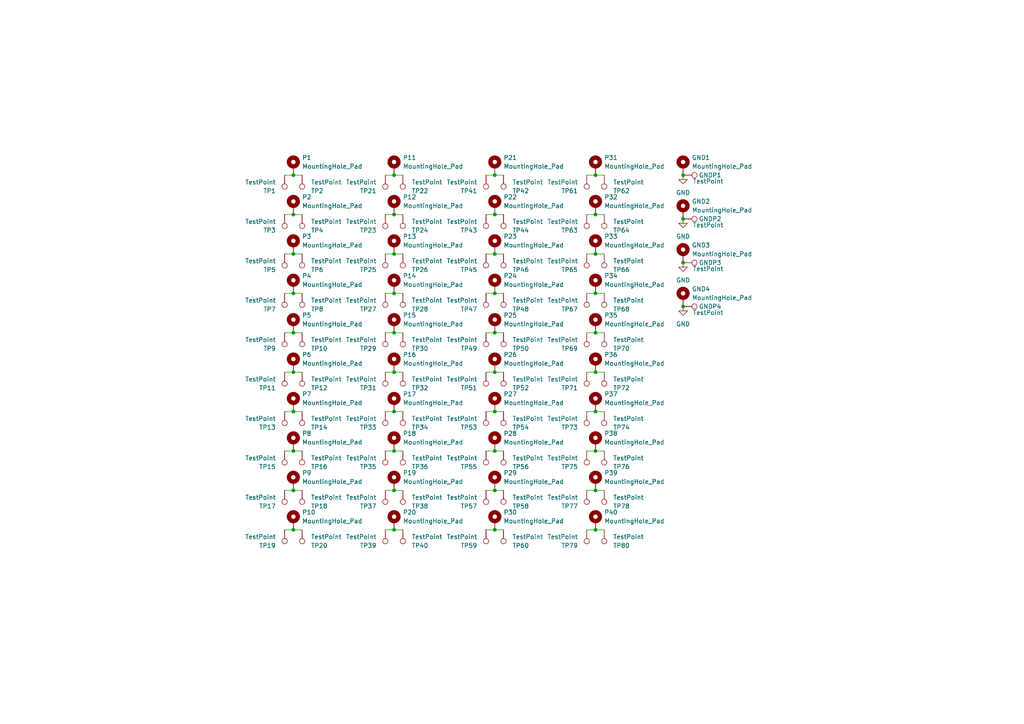
<source format=kicad_sch>
(kicad_sch (version 20231120) (generator "eeschema") (generator_version "8.0")
  (paper "A4")
  (lib_symbols
    (symbol "Connector:TestPoint" (pin_numbers hide) (pin_names (offset 0.762) hide)
      (property "Reference" "TP" (at 0 6.858 0))
      (property "Value" "TestPoint" (at 0 5.08 0))
      (symbol "TestPoint_0_1"
        (circle (center 0 3.302) (radius 0.762))
      )
      (symbol "TestPoint_1_1"
        (pin passive line (at 0 0 90) (length 2.54) (name "1") (number "1"))
      )
    )
    (symbol "Mechanical:MountingHole_Pad" (pin_numbers hide) (pin_names (offset 1.016) hide) (exclude_from_sim yes) (in_bom no)
      (property "Reference" "P1" (at 2.54 2.5401 0))
      (property "Value" "MountingHole_Pad" (at 2.54 0.0001 0))
      (symbol "MountingHole_Pad_0_1"
        (circle (center 0 1.27) (radius 1.27) (stroke (width 1.27)))
      )
      (symbol "MountingHole_Pad_1_1"
        (pin input line (at 0 -2.54 90) (length 2.54) (name "1") (number "1"))
      )
    )
    (symbol "power:GND" (power) (pin_numbers hide) (pin_names (offset 0) hide)
      (property "Value" "GND" (at 0 -3.81 0))
      (symbol "GND_0_1"
        (polyline (pts (xy 0 0) (xy 0 -1.27) (xy 1.27 -1.27) (xy 0 -2.54) (xy -1.27 -1.27) (xy 0 -1.27)))
      )
      (symbol "GND_1_1"
        (pin power_in line (at 0 0 270) (length 0) (name "~") (number "1"))
      )
    )
  )
  (junction (at 143.51 107.95))
  (junction (at 172.72 107.95))
  (junction (at 143.51 73.66))
  (junction (at 114.3 96.52))
  (junction (at 172.72 119.38))
  (junction (at 85.09 96.52))
  (junction (at 114.3 142.24))
  (junction (at 143.51 50.8))
  (junction (at 114.3 62.23))
  (junction (at 143.51 153.67))
  (junction (at 172.72 142.24))
  (junction (at 114.3 153.67))
  (junction (at 114.3 73.66))
  (junction (at 143.51 85.09))
  (junction (at 85.09 153.67))
  (junction (at 198.12 76.2))
  (junction (at 198.12 63.5))
  (junction (at 85.09 142.24))
  (junction (at 114.3 85.09))
  (junction (at 172.72 73.66))
  (junction (at 198.12 88.9))
  (junction (at 85.09 85.09))
  (junction (at 114.3 130.81))
  (junction (at 85.09 119.38))
  (junction (at 198.12 50.8))
  (junction (at 172.72 50.8))
  (junction (at 85.09 107.95))
  (junction (at 114.3 50.8))
  (junction (at 172.72 153.67))
  (junction (at 85.09 73.66))
  (junction (at 85.09 62.23))
  (junction (at 172.72 96.52))
  (junction (at 114.3 119.38))
  (junction (at 143.51 62.23))
  (junction (at 143.51 96.52))
  (junction (at 85.09 50.8))
  (junction (at 85.09 130.81))
  (junction (at 143.51 142.24))
  (junction (at 114.3 107.95))
  (junction (at 143.51 119.38))
  (junction (at 143.51 130.81))
  (junction (at 172.72 85.09))
  (junction (at 172.72 62.23))
  (junction (at 172.72 130.81))
  (wire (pts (xy 111.76 107.95) (xy 114.3 107.95)))
  (wire (pts (xy 172.72 153.67) (xy 175.26 153.67)))
  (wire (pts (xy 172.72 107.95) (xy 175.26 107.95)))
  (wire (pts (xy 114.3 96.52) (xy 116.84 96.52)))
  (wire (pts (xy 82.55 119.38) (xy 85.09 119.38)))
  (wire (pts (xy 85.09 96.52) (xy 87.63 96.52)))
  (wire (pts (xy 111.76 62.23) (xy 114.3 62.23)))
  (wire (pts (xy 111.76 96.52) (xy 114.3 96.52)))
  (wire (pts (xy 114.3 119.38) (xy 116.84 119.38)))
  (wire (pts (xy 85.09 50.8) (xy 87.63 50.8)))
  (wire (pts (xy 140.97 96.52) (xy 143.51 96.52)))
  (wire (pts (xy 143.51 62.23) (xy 146.05 62.23)))
  (wire (pts (xy 172.72 130.81) (xy 175.26 130.81)))
  (wire (pts (xy 111.76 153.67) (xy 114.3 153.67)))
  (wire (pts (xy 140.97 85.09) (xy 143.51 85.09)))
  (wire (pts (xy 85.09 73.66) (xy 87.63 73.66)))
  (wire (pts (xy 143.51 107.95) (xy 146.05 107.95)))
  (wire (pts (xy 82.55 130.81) (xy 85.09 130.81)))
  (wire (pts (xy 172.72 85.09) (xy 175.26 85.09)))
  (wire (pts (xy 114.3 62.23) (xy 116.84 62.23)))
  (wire (pts (xy 82.55 142.24) (xy 85.09 142.24)))
  (wire (pts (xy 82.55 96.52) (xy 85.09 96.52)))
  (wire (pts (xy 170.18 62.23) (xy 172.72 62.23)))
  (wire (pts (xy 85.09 130.81) (xy 87.63 130.81)))
  (wire (pts (xy 114.3 85.09) (xy 116.84 85.09)))
  (wire (pts (xy 140.97 153.67) (xy 143.51 153.67)))
  (wire (pts (xy 140.97 73.66) (xy 143.51 73.66)))
  (wire (pts (xy 140.97 130.81) (xy 143.51 130.81)))
  (wire (pts (xy 143.51 130.81) (xy 146.05 130.81)))
  (wire (pts (xy 172.72 73.66) (xy 175.26 73.66)))
  (wire (pts (xy 172.72 50.8) (xy 175.26 50.8)))
  (wire (pts (xy 82.55 62.23) (xy 85.09 62.23)))
  (wire (pts (xy 140.97 107.95) (xy 143.51 107.95)))
  (wire (pts (xy 82.55 107.95) (xy 85.09 107.95)))
  (wire (pts (xy 140.97 142.24) (xy 143.51 142.24)))
  (wire (pts (xy 143.51 96.52) (xy 146.05 96.52)))
  (wire (pts (xy 82.55 50.8) (xy 85.09 50.8)))
  (wire (pts (xy 170.18 73.66) (xy 172.72 73.66)))
  (wire (pts (xy 111.76 85.09) (xy 114.3 85.09)))
  (wire (pts (xy 143.51 73.66) (xy 146.05 73.66)))
  (wire (pts (xy 140.97 50.8) (xy 143.51 50.8)))
  (wire (pts (xy 114.3 50.8) (xy 116.84 50.8)))
  (wire (pts (xy 111.76 130.81) (xy 114.3 130.81)))
  (wire (pts (xy 170.18 50.8) (xy 172.72 50.8)))
  (wire (pts (xy 85.09 153.67) (xy 87.63 153.67)))
  (wire (pts (xy 140.97 62.23) (xy 143.51 62.23)))
  (wire (pts (xy 114.3 142.24) (xy 116.84 142.24)))
  (wire (pts (xy 170.18 153.67) (xy 172.72 153.67)))
  (wire (pts (xy 85.09 142.24) (xy 87.63 142.24)))
  (wire (pts (xy 82.55 153.67) (xy 85.09 153.67)))
  (wire (pts (xy 82.55 73.66) (xy 85.09 73.66)))
  (wire (pts (xy 170.18 107.95) (xy 172.72 107.95)))
  (wire (pts (xy 114.3 107.95) (xy 116.84 107.95)))
  (wire (pts (xy 143.51 50.8) (xy 146.05 50.8)))
  (wire (pts (xy 143.51 142.24) (xy 146.05 142.24)))
  (wire (pts (xy 172.72 119.38) (xy 175.26 119.38)))
  (wire (pts (xy 114.3 130.81) (xy 116.84 130.81)))
  (wire (pts (xy 170.18 96.52) (xy 172.72 96.52)))
  (wire (pts (xy 172.72 62.23) (xy 175.26 62.23)))
  (wire (pts (xy 172.72 142.24) (xy 175.26 142.24)))
  (wire (pts (xy 111.76 119.38) (xy 114.3 119.38)))
  (wire (pts (xy 111.76 142.24) (xy 114.3 142.24)))
  (wire (pts (xy 114.3 153.67) (xy 116.84 153.67)))
  (wire (pts (xy 85.09 62.23) (xy 87.63 62.23)))
  (wire (pts (xy 114.3 73.66) (xy 116.84 73.66)))
  (wire (pts (xy 143.51 153.67) (xy 146.05 153.67)))
  (wire (pts (xy 140.97 119.38) (xy 143.51 119.38)))
  (wire (pts (xy 170.18 130.81) (xy 172.72 130.81)))
  (wire (pts (xy 170.18 119.38) (xy 172.72 119.38)))
  (wire (pts (xy 143.51 85.09) (xy 146.05 85.09)))
  (wire (pts (xy 111.76 50.8) (xy 114.3 50.8)))
  (wire (pts (xy 85.09 107.95) (xy 87.63 107.95)))
  (wire (pts (xy 85.09 119.38) (xy 87.63 119.38)))
  (wire (pts (xy 170.18 85.09) (xy 172.72 85.09)))
  (wire (pts (xy 111.76 73.66) (xy 114.3 73.66)))
  (wire (pts (xy 85.09 85.09) (xy 87.63 85.09)))
  (wire (pts (xy 170.18 142.24) (xy 172.72 142.24)))
  (wire (pts (xy 172.72 96.52) (xy 175.26 96.52)))
  (wire (pts (xy 82.55 85.09) (xy 85.09 85.09)))
  (wire (pts (xy 143.51 119.38) (xy 146.05 119.38)))
  (symbol (lib_id "Connector:TestPoint") (at 140.97 142.24 180) (unit 1)
    (property "Reference" "TP57" (at 138.43 146.8121 0) (effects (justify left)))
    (property "Value" "TestPoint" (at 138.43 144.2721 0) (effects (justify left)))
    (property "Footprint" "Connector_Pin:Pin_D1.0mm_L10.0mm_LooseFit" (effects (hide yes)))
    (property "Description" "test point" (effects (hide yes)))
  )
  (symbol (lib_id "Connector:TestPoint") (at 146.05 85.09 0) (mirror x) (unit 1)
    (property "Reference" "TP48" (at 148.59 89.6621 0) (effects (justify left)))
    (property "Value" "TestPoint" (at 148.59 87.1221 0) (effects (justify left)))
    (property "Footprint" "Connector_Pin:Pin_D1.0mm_L10.0mm_LooseFit" (effects (hide yes)))
    (property "Description" "test point" (effects (hide yes)))
  )
  (symbol (lib_id "Connector:TestPoint") (at 175.26 50.8 0) (mirror x) (unit 1)
    (property "Reference" "TP62" (at 177.8 55.3721 0) (effects (justify left)))
    (property "Value" "TestPoint" (at 177.8 52.8321 0) (effects (justify left)))
    (property "Footprint" "Connector_Pin:Pin_D1.0mm_L10.0mm_LooseFit" (effects (hide yes)))
    (property "Description" "test point" (effects (hide yes)))
  )
  (symbol (lib_id "Connector:TestPoint") (at 146.05 119.38 0) (mirror x) (unit 1)
    (property "Reference" "TP54" (at 148.59 123.9521 0) (effects (justify left)))
    (property "Value" "TestPoint" (at 148.59 121.4121 0) (effects (justify left)))
    (property "Footprint" "Connector_Pin:Pin_D1.0mm_L10.0mm_LooseFit" (effects (hide yes)))
    (property "Description" "test point" (effects (hide yes)))
  )
  (symbol (lib_id "Connector:TestPoint") (at 82.55 50.8 180) (unit 1)
    (property "Reference" "TP1" (at 80.01 55.3721 0) (effects (justify left)))
    (property "Value" "TestPoint" (at 80.01 52.8321 0) (effects (justify left)))
    (property "Footprint" "Connector_Pin:Pin_D1.0mm_L10.0mm_LooseFit" (effects (hide yes)))
    (property "Description" "test point" (effects (hide yes)))
  )
  (symbol (lib_id "Connector:TestPoint") (at 116.84 119.38 0) (mirror x) (unit 1)
    (property "Reference" "TP34" (at 119.38 123.9521 0) (effects (justify left)))
    (property "Value" "TestPoint" (at 119.38 121.4121 0) (effects (justify left)))
    (property "Footprint" "Connector_Pin:Pin_D1.0mm_L10.0mm_LooseFit" (effects (hide yes)))
    (property "Description" "test point" (effects (hide yes)))
  )
  (symbol (lib_id "Connector:TestPoint") (at 140.97 50.8 180) (unit 1)
    (property "Reference" "TP41" (at 138.43 55.3721 0) (effects (justify left)))
    (property "Value" "TestPoint" (at 138.43 52.8321 0) (effects (justify left)))
    (property "Footprint" "Connector_Pin:Pin_D1.0mm_L10.0mm_LooseFit" (effects (hide yes)))
    (property "Description" "test point" (effects (hide yes)))
  )
  (symbol (lib_id "Mechanical:MountingHole_Pad") (at 172.72 151.13 0) (unit 1) (exclude_from_sim yes) (in_bom no)
    (property "Reference" "P40" (at 175.26 148.5899 0) (effects (justify left)))
    (property "Value" "MountingHole_Pad" (at 175.26 151.1299 0) (effects (justify left)))
    (property "Footprint" "MountingHole:MountingHole_3.2mm_M3_Pad_Via" (effects (hide yes)))
    (property "Description" "Mounting Hole with connection" (effects (hide yes)))
  )
  (symbol (lib_id "Mechanical:MountingHole_Pad") (at 172.72 82.55 0) (unit 1) (exclude_from_sim yes) (in_bom no)
    (property "Reference" "P34" (at 175.26 80.0099 0) (effects (justify left)))
    (property "Value" "MountingHole_Pad" (at 175.26 82.5499 0) (effects (justify left)))
    (property "Footprint" "MountingHole:MountingHole_3.2mm_M3_Pad_Via" (effects (hide yes)))
    (property "Description" "Mounting Hole with connection" (effects (hide yes)))
  )
  (symbol (lib_id "Mechanical:MountingHole_Pad") (at 114.3 116.84 0) (unit 1) (exclude_from_sim yes) (in_bom no)
    (property "Reference" "P17" (at 116.84 114.2999 0) (effects (justify left)))
    (property "Value" "MountingHole_Pad" (at 116.84 116.8399 0) (effects (justify left)))
    (property "Footprint" "MountingHole:MountingHole_3.2mm_M3_Pad_Via" (effects (hide yes)))
    (property "Description" "Mounting Hole with connection" (effects (hide yes)))
  )
  (symbol (lib_id "Mechanical:MountingHole_Pad") (at 114.3 128.27 0) (unit 1) (exclude_from_sim yes) (in_bom no)
    (property "Reference" "P18" (at 116.84 125.7299 0) (effects (justify left)))
    (property "Value" "MountingHole_Pad" (at 116.84 128.2699 0) (effects (justify left)))
    (property "Footprint" "MountingHole:MountingHole_3.2mm_M3_Pad_Via" (effects (hide yes)))
    (property "Description" "Mounting Hole with connection" (effects (hide yes)))
  )
  (symbol (lib_id "Connector:TestPoint") (at 170.18 107.95 180) (unit 1)
    (property "Reference" "TP71" (at 167.64 112.5221 0) (effects (justify left)))
    (property "Value" "TestPoint" (at 167.64 109.9821 0) (effects (justify left)))
    (property "Footprint" "Connector_Pin:Pin_D1.0mm_L10.0mm_LooseFit" (effects (hide yes)))
    (property "Description" "test point" (effects (hide yes)))
  )
  (symbol (lib_id "Connector:TestPoint") (at 116.84 107.95 0) (mirror x) (unit 1)
    (property "Reference" "TP32" (at 119.38 112.5221 0) (effects (justify left)))
    (property "Value" "TestPoint" (at 119.38 109.9821 0) (effects (justify left)))
    (property "Footprint" "Connector_Pin:Pin_D1.0mm_L10.0mm_LooseFit" (effects (hide yes)))
    (property "Description" "test point" (effects (hide yes)))
  )
  (symbol (lib_id "Mechanical:MountingHole_Pad") (at 114.3 82.55 0) (unit 1) (exclude_from_sim yes) (in_bom no)
    (property "Reference" "P14" (at 116.84 80.0099 0) (effects (justify left)))
    (property "Value" "MountingHole_Pad" (at 116.84 82.5499 0) (effects (justify left)))
    (property "Footprint" "MountingHole:MountingHole_3.2mm_M3_Pad_Via" (effects (hide yes)))
    (property "Description" "Mounting Hole with connection" (effects (hide yes)))
  )
  (symbol (lib_id "Connector:TestPoint") (at 82.55 107.95 180) (unit 1)
    (property "Reference" "TP11" (at 80.01 112.5221 0) (effects (justify left)))
    (property "Value" "TestPoint" (at 80.01 109.9821 0) (effects (justify left)))
    (property "Footprint" "Connector_Pin:Pin_D1.0mm_L10.0mm_LooseFit" (effects (hide yes)))
    (property "Description" "test point" (effects (hide yes)))
  )
  (symbol (lib_id "Connector:TestPoint") (at 198.12 63.5 270) (mirror x) (unit 1)
    (property "Reference" "GNDP2" (at 202.692 63.5 90) (effects (justify left)))
    (property "Value" "TestPoint" (at 200.914 65.278 90) (effects (justify left)))
    (property "Footprint" "Connector_Pin:Pin_D1.0mm_L10.0mm_LooseFit" (effects (hide yes)))
    (property "Description" "test point" (effects (hide yes)))
  )
  (symbol (lib_id "Mechanical:MountingHole_Pad") (at 143.51 93.98 0) (unit 1) (exclude_from_sim yes) (in_bom no)
    (property "Reference" "P25" (at 146.05 91.4399 0) (effects (justify left)))
    (property "Value" "MountingHole_Pad" (at 146.05 93.9799 0) (effects (justify left)))
    (property "Footprint" "MountingHole:MountingHole_3.2mm_M3_Pad_Via" (effects (hide yes)))
    (property "Description" "Mounting Hole with connection" (effects (hide yes)))
  )
  (symbol (lib_id "Connector:TestPoint") (at 146.05 153.67 0) (mirror x) (unit 1)
    (property "Reference" "TP60" (at 148.59 158.2421 0) (effects (justify left)))
    (property "Value" "TestPoint" (at 148.59 155.7021 0) (effects (justify left)))
    (property "Footprint" "Connector_Pin:Pin_D1.0mm_L10.0mm_LooseFit" (effects (hide yes)))
    (property "Description" "test point" (effects (hide yes)))
  )
  (symbol (lib_id "Connector:TestPoint") (at 111.76 107.95 180) (unit 1)
    (property "Reference" "TP31" (at 109.22 112.5221 0) (effects (justify left)))
    (property "Value" "TestPoint" (at 109.22 109.9821 0) (effects (justify left)))
    (property "Footprint" "Connector_Pin:Pin_D1.0mm_L10.0mm_LooseFit" (effects (hide yes)))
    (property "Description" "test point" (effects (hide yes)))
  )
  (symbol (lib_id "Connector:TestPoint") (at 140.97 96.52 180) (unit 1)
    (property "Reference" "TP49" (at 138.43 101.0921 0) (effects (justify left)))
    (property "Value" "TestPoint" (at 138.43 98.5521 0) (effects (justify left)))
    (property "Footprint" "Connector_Pin:Pin_D1.0mm_L10.0mm_LooseFit" (effects (hide yes)))
    (property "Description" "test point" (effects (hide yes)))
  )
  (symbol (lib_id "Mechanical:MountingHole_Pad") (at 143.51 139.7 0) (unit 1) (exclude_from_sim yes) (in_bom no)
    (property "Reference" "P29" (at 146.05 137.1599 0) (effects (justify left)))
    (property "Value" "MountingHole_Pad" (at 146.05 139.6999 0) (effects (justify left)))
    (property "Footprint" "MountingHole:MountingHole_3.2mm_M3_Pad_Via" (effects (hide yes)))
    (property "Description" "Mounting Hole with connection" (effects (hide yes)))
  )
  (symbol (lib_id "Connector:TestPoint") (at 170.18 50.8 180) (unit 1)
    (property "Reference" "TP61" (at 167.64 55.3721 0) (effects (justify left)))
    (property "Value" "TestPoint" (at 167.64 52.8321 0) (effects (justify left)))
    (property "Footprint" "Connector_Pin:Pin_D1.0mm_L10.0mm_LooseFit" (effects (hide yes)))
    (property "Description" "test point" (effects (hide yes)))
  )
  (symbol (lib_id "Connector:TestPoint") (at 111.76 73.66 180) (unit 1)
    (property "Reference" "TP25" (at 109.22 78.2321 0) (effects (justify left)))
    (property "Value" "TestPoint" (at 109.22 75.6921 0) (effects (justify left)))
    (property "Footprint" "Connector_Pin:Pin_D1.0mm_L10.0mm_LooseFit" (effects (hide yes)))
    (property "Description" "test point" (effects (hide yes)))
  )
  (symbol (lib_id "Connector:TestPoint") (at 111.76 50.8 180) (unit 1)
    (property "Reference" "TP21" (at 109.22 55.3721 0) (effects (justify left)))
    (property "Value" "TestPoint" (at 109.22 52.8321 0) (effects (justify left)))
    (property "Footprint" "Connector_Pin:Pin_D1.0mm_L10.0mm_LooseFit" (effects (hide yes)))
    (property "Description" "test point" (effects (hide yes)))
  )
  (symbol (lib_id "Connector:TestPoint") (at 140.97 85.09 180) (unit 1)
    (property "Reference" "TP47" (at 138.43 89.6621 0) (effects (justify left)))
    (property "Value" "TestPoint" (at 138.43 87.1221 0) (effects (justify left)))
    (property "Footprint" "Connector_Pin:Pin_D1.0mm_L10.0mm_LooseFit" (effects (hide yes)))
    (property "Description" "test point" (effects (hide yes)))
  )
  (symbol (lib_id "Connector:TestPoint") (at 111.76 130.81 180) (unit 1)
    (property "Reference" "TP35" (at 109.22 135.3821 0) (effects (justify left)))
    (property "Value" "TestPoint" (at 109.22 132.8421 0) (effects (justify left)))
    (property "Footprint" "Connector_Pin:Pin_D1.0mm_L10.0mm_LooseFit" (effects (hide yes)))
    (property "Description" "test point" (effects (hide yes)))
  )
  (symbol (lib_id "Mechanical:MountingHole_Pad") (at 85.09 59.69 0) (unit 1) (exclude_from_sim yes) (in_bom no)
    (property "Reference" "P2" (at 87.63 57.1499 0) (effects (justify left)))
    (property "Value" "MountingHole_Pad" (at 87.63 59.6899 0) (effects (justify left)))
    (property "Footprint" "MountingHole:MountingHole_3.2mm_M3_Pad_Via" (effects (hide yes)))
    (property "Description" "Mounting Hole with connection" (effects (hide yes)))
  )
  (symbol (lib_id "Mechanical:MountingHole_Pad") (at 114.3 71.12 0) (unit 1) (exclude_from_sim yes) (in_bom no)
    (property "Reference" "P13" (at 116.84 68.5799 0) (effects (justify left)))
    (property "Value" "MountingHole_Pad" (at 116.84 71.1199 0) (effects (justify left)))
    (property "Footprint" "MountingHole:MountingHole_3.2mm_M3_Pad_Via" (effects (hide yes)))
    (property "Description" "Mounting Hole with connection" (effects (hide yes)))
  )
  (symbol (lib_id "Mechanical:MountingHole_Pad") (at 85.09 71.12 0) (unit 1) (exclude_from_sim yes) (in_bom no)
    (property "Reference" "P3" (at 87.63 68.5799 0) (effects (justify left)))
    (property "Value" "MountingHole_Pad" (at 87.63 71.1199 0) (effects (justify left)))
    (property "Footprint" "MountingHole:MountingHole_3.2mm_M3_Pad_Via" (effects (hide yes)))
    (property "Description" "Mounting Hole with connection" (effects (hide yes)))
  )
  (symbol (lib_id "Connector:TestPoint") (at 146.05 73.66 0) (mirror x) (unit 1)
    (property "Reference" "TP46" (at 148.59 78.2321 0) (effects (justify left)))
    (property "Value" "TestPoint" (at 148.59 75.6921 0) (effects (justify left)))
    (property "Footprint" "Connector_Pin:Pin_D1.0mm_L10.0mm_LooseFit" (effects (hide yes)))
    (property "Description" "test point" (effects (hide yes)))
  )
  (symbol (lib_id "Connector:TestPoint") (at 170.18 119.38 180) (unit 1)
    (property "Reference" "TP73" (at 167.64 123.9521 0) (effects (justify left)))
    (property "Value" "TestPoint" (at 167.64 121.4121 0) (effects (justify left)))
    (property "Footprint" "Connector_Pin:Pin_D1.0mm_L10.0mm_LooseFit" (effects (hide yes)))
    (property "Description" "test point" (effects (hide yes)))
  )
  (symbol (lib_id "Mechanical:MountingHole_Pad") (at 114.3 105.41 0) (unit 1) (exclude_from_sim yes) (in_bom no)
    (property "Reference" "P16" (at 116.84 102.8699 0) (effects (justify left)))
    (property "Value" "MountingHole_Pad" (at 116.84 105.4099 0) (effects (justify left)))
    (property "Footprint" "MountingHole:MountingHole_3.2mm_M3_Pad_Via" (effects (hide yes)))
    (property "Description" "Mounting Hole with connection" (effects (hide yes)))
  )
  (symbol (lib_id "Mechanical:MountingHole_Pad") (at 114.3 151.13 0) (unit 1) (exclude_from_sim yes) (in_bom no)
    (property "Reference" "P20" (at 116.84 148.5899 0) (effects (justify left)))
    (property "Value" "MountingHole_Pad" (at 116.84 151.1299 0) (effects (justify left)))
    (property "Footprint" "MountingHole:MountingHole_3.2mm_M3_Pad_Via" (effects (hide yes)))
    (property "Description" "Mounting Hole with connection" (effects (hide yes)))
  )
  (symbol (lib_id "Mechanical:MountingHole_Pad") (at 143.51 71.12 0) (unit 1) (exclude_from_sim yes) (in_bom no)
    (property "Reference" "P23" (at 146.05 68.5799 0) (effects (justify left)))
    (property "Value" "MountingHole_Pad" (at 146.05 71.1199 0) (effects (justify left)))
    (property "Footprint" "MountingHole:MountingHole_3.2mm_M3_Pad_Via" (effects (hide yes)))
    (property "Description" "Mounting Hole with connection" (effects (hide yes)))
  )
  (symbol (lib_id "Connector:TestPoint") (at 87.63 119.38 0) (mirror x) (unit 1)
    (property "Reference" "TP14" (at 90.17 123.9521 0) (effects (justify left)))
    (property "Value" "TestPoint" (at 90.17 121.4121 0) (effects (justify left)))
    (property "Footprint" "Connector_Pin:Pin_D1.0mm_L10.0mm_LooseFit" (effects (hide yes)))
    (property "Description" "test point" (effects (hide yes)))
  )
  (symbol (lib_id "Mechanical:MountingHole_Pad") (at 198.12 48.26 0) (unit 1) (exclude_from_sim yes) (in_bom no)
    (property "Reference" "GND1" (at 200.66 45.7199 0) (effects (justify left)))
    (property "Value" "MountingHole_Pad" (at 200.66 48.2599 0) (effects (justify left)))
    (property "Footprint" "MountingHole:MountingHole_3.2mm_M3_Pad_Via" (effects (hide yes)))
    (property "Description" "Mounting Hole with connection" (effects (hide yes)))
  )
  (symbol (lib_id "Connector:TestPoint") (at 175.26 107.95 0) (mirror x) (unit 1)
    (property "Reference" "TP72" (at 177.8 112.5221 0) (effects (justify left)))
    (property "Value" "TestPoint" (at 177.8 109.9821 0) (effects (justify left)))
    (property "Footprint" "Connector_Pin:Pin_D1.0mm_L10.0mm_LooseFit" (effects (hide yes)))
    (property "Description" "test point" (effects (hide yes)))
  )
  (symbol (lib_id "Mechanical:MountingHole_Pad") (at 172.72 93.98 0) (unit 1) (exclude_from_sim yes) (in_bom no)
    (property "Reference" "P35" (at 175.26 91.4399 0) (effects (justify left)))
    (property "Value" "MountingHole_Pad" (at 175.26 93.9799 0) (effects (justify left)))
    (property "Footprint" "MountingHole:MountingHole_3.2mm_M3_Pad_Via" (effects (hide yes)))
    (property "Description" "Mounting Hole with connection" (effects (hide yes)))
  )
  (symbol (lib_id "Connector:TestPoint") (at 111.76 153.67 180) (unit 1)
    (property "Reference" "TP39" (at 109.22 158.2421 0) (effects (justify left)))
    (property "Value" "TestPoint" (at 109.22 155.7021 0) (effects (justify left)))
    (property "Footprint" "Connector_Pin:Pin_D1.0mm_L10.0mm_LooseFit" (effects (hide yes)))
    (property "Description" "test point" (effects (hide yes)))
  )
  (symbol (lib_id "Connector:TestPoint") (at 198.12 88.9 270) (mirror x) (unit 1)
    (property "Reference" "GNDP4" (at 202.692 88.9 90) (effects (justify left)))
    (property "Value" "TestPoint" (at 200.914 90.678 90) (effects (justify left)))
    (property "Footprint" "Connector_Pin:Pin_D1.0mm_L10.0mm_LooseFit" (effects (hide yes)))
    (property "Description" "test point" (effects (hide yes)))
  )
  (symbol (lib_id "Connector:TestPoint") (at 140.97 107.95 180) (unit 1)
    (property "Reference" "TP51" (at 138.43 112.5221 0) (effects (justify left)))
    (property "Value" "TestPoint" (at 138.43 109.9821 0) (effects (justify left)))
    (property "Footprint" "Connector_Pin:Pin_D1.0mm_L10.0mm_LooseFit" (effects (hide yes)))
    (property "Description" "test point" (effects (hide yes)))
  )
  (symbol (lib_id "Mechanical:MountingHole_Pad") (at 143.51 128.27 0) (unit 1) (exclude_from_sim yes) (in_bom no)
    (property "Reference" "P28" (at 146.05 125.7299 0) (effects (justify left)))
    (property "Value" "MountingHole_Pad" (at 146.05 128.2699 0) (effects (justify left)))
    (property "Footprint" "MountingHole:MountingHole_3.2mm_M3_Pad_Via" (effects (hide yes)))
    (property "Description" "Mounting Hole with connection" (effects (hide yes)))
  )
  (symbol (lib_id "Mechanical:MountingHole_Pad") (at 85.09 82.55 0) (unit 1) (exclude_from_sim yes) (in_bom no)
    (property "Reference" "P4" (at 87.63 80.0099 0) (effects (justify left)))
    (property "Value" "MountingHole_Pad" (at 87.63 82.5499 0) (effects (justify left)))
    (property "Footprint" "MountingHole:MountingHole_3.2mm_M3_Pad_Via" (effects (hide yes)))
    (property "Description" "Mounting Hole with connection" (effects (hide yes)))
  )
  (symbol (lib_id "Connector:TestPoint") (at 111.76 85.09 180) (unit 1)
    (property "Reference" "TP27" (at 109.22 89.6621 0) (effects (justify left)))
    (property "Value" "TestPoint" (at 109.22 87.1221 0) (effects (justify left)))
    (property "Footprint" "Connector_Pin:Pin_D1.0mm_L10.0mm_LooseFit" (effects (hide yes)))
    (property "Description" "test point" (effects (hide yes)))
  )
  (symbol (lib_id "Mechanical:MountingHole_Pad") (at 172.72 128.27 0) (unit 1) (exclude_from_sim yes) (in_bom no)
    (property "Reference" "P38" (at 175.26 125.7299 0) (effects (justify left)))
    (property "Value" "MountingHole_Pad" (at 175.26 128.2699 0) (effects (justify left)))
    (property "Footprint" "MountingHole:MountingHole_3.2mm_M3_Pad_Via" (effects (hide yes)))
    (property "Description" "Mounting Hole with connection" (effects (hide yes)))
  )
  (symbol (lib_id "Connector:TestPoint") (at 175.26 119.38 0) (mirror x) (unit 1)
    (property "Reference" "TP74" (at 177.8 123.9521 0) (effects (justify left)))
    (property "Value" "TestPoint" (at 177.8 121.4121 0) (effects (justify left)))
    (property "Footprint" "Connector_Pin:Pin_D1.0mm_L10.0mm_LooseFit" (effects (hide yes)))
    (property "Description" "test point" (effects (hide yes)))
  )
  (symbol (lib_id "Connector:TestPoint") (at 111.76 62.23 180) (unit 1)
    (property "Reference" "TP23" (at 109.22 66.8021 0) (effects (justify left)))
    (property "Value" "TestPoint" (at 109.22 64.2621 0) (effects (justify left)))
    (property "Footprint" "Connector_Pin:Pin_D1.0mm_L10.0mm_LooseFit" (effects (hide yes)))
    (property "Description" "test point" (effects (hide yes)))
  )
  (symbol (lib_id "Connector:TestPoint") (at 140.97 119.38 180) (unit 1)
    (property "Reference" "TP53" (at 138.43 123.9521 0) (effects (justify left)))
    (property "Value" "TestPoint" (at 138.43 121.4121 0) (effects (justify left)))
    (property "Footprint" "Connector_Pin:Pin_D1.0mm_L10.0mm_LooseFit" (effects (hide yes)))
    (property "Description" "test point" (effects (hide yes)))
  )
  (symbol (lib_id "Mechanical:MountingHole_Pad") (at 172.72 139.7 0) (unit 1) (exclude_from_sim yes) (in_bom no)
    (property "Reference" "P39" (at 175.26 137.1599 0) (effects (justify left)))
    (property "Value" "MountingHole_Pad" (at 175.26 139.6999 0) (effects (justify left)))
    (property "Footprint" "MountingHole:MountingHole_3.2mm_M3_Pad_Via" (effects (hide yes)))
    (property "Description" "Mounting Hole with connection" (effects (hide yes)))
  )
  (symbol (lib_id "Connector:TestPoint") (at 82.55 142.24 180) (unit 1)
    (property "Reference" "TP17" (at 80.01 146.8121 0) (effects (justify left)))
    (property "Value" "TestPoint" (at 80.01 144.2721 0) (effects (justify left)))
    (property "Footprint" "Connector_Pin:Pin_D1.0mm_L10.0mm_LooseFit" (effects (hide yes)))
    (property "Description" "test point" (effects (hide yes)))
  )
  (symbol (lib_id "Connector:TestPoint") (at 175.26 85.09 0) (mirror x) (unit 1)
    (property "Reference" "TP68" (at 177.8 89.6621 0) (effects (justify left)))
    (property "Value" "TestPoint" (at 177.8 87.1221 0) (effects (justify left)))
    (property "Footprint" "Connector_Pin:Pin_D1.0mm_L10.0mm_LooseFit" (effects (hide yes)))
    (property "Description" "test point" (effects (hide yes)))
  )
  (symbol (lib_id "Connector:TestPoint") (at 170.18 153.67 180) (unit 1)
    (property "Reference" "TP79" (at 167.64 158.2421 0) (effects (justify left)))
    (property "Value" "TestPoint" (at 167.64 155.7021 0) (effects (justify left)))
    (property "Footprint" "Connector_Pin:Pin_D1.0mm_L10.0mm_LooseFit" (effects (hide yes)))
    (property "Description" "test point" (effects (hide yes)))
  )
  (symbol (lib_id "Connector:TestPoint") (at 146.05 50.8 0) (mirror x) (unit 1)
    (property "Reference" "TP42" (at 148.59 55.3721 0) (effects (justify left)))
    (property "Value" "TestPoint" (at 148.59 52.8321 0) (effects (justify left)))
    (property "Footprint" "Connector_Pin:Pin_D1.0mm_L10.0mm_LooseFit" (effects (hide yes)))
    (property "Description" "test point" (effects (hide yes)))
  )
  (symbol (lib_id "Connector:TestPoint") (at 175.26 142.24 0) (mirror x) (unit 1)
    (property "Reference" "TP78" (at 177.8 146.8121 0) (effects (justify left)))
    (property "Value" "TestPoint" (at 177.8 144.2721 0) (effects (justify left)))
    (property "Footprint" "Connector_Pin:Pin_D1.0mm_L10.0mm_LooseFit" (effects (hide yes)))
    (property "Description" "test point" (effects (hide yes)))
  )
  (symbol (lib_id "Mechanical:MountingHole_Pad") (at 172.72 48.26 0) (unit 1) (exclude_from_sim yes) (in_bom no)
    (property "Reference" "P31" (at 175.26 45.7199 0) (effects (justify left)))
    (property "Value" "MountingHole_Pad" (at 175.26 48.2599 0) (effects (justify left)))
    (property "Footprint" "MountingHole:MountingHole_3.2mm_M3_Pad_Via" (effects (hide yes)))
    (property "Description" "Mounting Hole with connection" (effects (hide yes)))
  )
  (symbol (lib_id "Connector:TestPoint") (at 170.18 85.09 180) (unit 1)
    (property "Reference" "TP67" (at 167.64 89.6621 0) (effects (justify left)))
    (property "Value" "TestPoint" (at 167.64 87.1221 0) (effects (justify left)))
    (property "Footprint" "Connector_Pin:Pin_D1.0mm_L10.0mm_LooseFit" (effects (hide yes)))
    (property "Description" "test point" (effects (hide yes)))
  )
  (symbol (lib_id "Mechanical:MountingHole_Pad") (at 143.51 105.41 0) (unit 1) (exclude_from_sim yes) (in_bom no)
    (property "Reference" "P26" (at 146.05 102.8699 0) (effects (justify left)))
    (property "Value" "MountingHole_Pad" (at 146.05 105.4099 0) (effects (justify left)))
    (property "Footprint" "MountingHole:MountingHole_3.2mm_M3_Pad_Via" (effects (hide yes)))
    (property "Description" "Mounting Hole with connection" (effects (hide yes)))
  )
  (symbol (lib_id "power:GND") (at 198.12 88.9 0) (unit 1)
    (property "Reference" "#PWR04" (effects (hide yes)))
    (property "Value" "GND" (at 198.12 93.98 0))
    (property "Description" "Power symbol creates a global label with name \"GND\" , ground" (effects (hide yes)))
  )
  (symbol (lib_id "Connector:TestPoint") (at 87.63 142.24 0) (mirror x) (unit 1)
    (property "Reference" "TP18" (at 90.17 146.8121 0) (effects (justify left)))
    (property "Value" "TestPoint" (at 90.17 144.2721 0) (effects (justify left)))
    (property "Footprint" "Connector_Pin:Pin_D1.0mm_L10.0mm_LooseFit" (effects (hide yes)))
    (property "Description" "test point" (effects (hide yes)))
  )
  (symbol (lib_id "Connector:TestPoint") (at 87.63 85.09 0) (mirror x) (unit 1)
    (property "Reference" "TP8" (at 90.17 89.6621 0) (effects (justify left)))
    (property "Value" "TestPoint" (at 90.17 87.1221 0) (effects (justify left)))
    (property "Footprint" "Connector_Pin:Pin_D1.0mm_L10.0mm_LooseFit" (effects (hide yes)))
    (property "Description" "test point" (effects (hide yes)))
  )
  (symbol (lib_id "Connector:TestPoint") (at 82.55 85.09 180) (unit 1)
    (property "Reference" "TP7" (at 80.01 89.6621 0) (effects (justify left)))
    (property "Value" "TestPoint" (at 80.01 87.1221 0) (effects (justify left)))
    (property "Footprint" "Connector_Pin:Pin_D1.0mm_L10.0mm_LooseFit" (effects (hide yes)))
    (property "Description" "test point" (effects (hide yes)))
  )
  (symbol (lib_id "Connector:TestPoint") (at 170.18 142.24 180) (unit 1)
    (property "Reference" "TP77" (at 167.64 146.8121 0) (effects (justify left)))
    (property "Value" "TestPoint" (at 167.64 144.2721 0) (effects (justify left)))
    (property "Footprint" "Connector_Pin:Pin_D1.0mm_L10.0mm_LooseFit" (effects (hide yes)))
    (property "Description" "test point" (effects (hide yes)))
  )
  (symbol (lib_id "Connector:TestPoint") (at 87.63 50.8 0) (mirror x) (unit 1)
    (property "Reference" "TP2" (at 90.17 55.3721 0) (effects (justify left)))
    (property "Value" "TestPoint" (at 90.17 52.8321 0) (effects (justify left)))
    (property "Footprint" "Connector_Pin:Pin_D1.0mm_L10.0mm_LooseFit" (effects (hide yes)))
    (property "Description" "test point" (effects (hide yes)))
  )
  (symbol (lib_id "Mechanical:MountingHole_Pad") (at 172.72 105.41 0) (unit 1) (exclude_from_sim yes) (in_bom no)
    (property "Reference" "P36" (at 175.26 102.8699 0) (effects (justify left)))
    (property "Value" "MountingHole_Pad" (at 175.26 105.4099 0) (effects (justify left)))
    (property "Footprint" "MountingHole:MountingHole_3.2mm_M3_Pad_Via" (effects (hide yes)))
    (property "Description" "Mounting Hole with connection" (effects (hide yes)))
  )
  (symbol (lib_id "Mechanical:MountingHole_Pad") (at 114.3 139.7 0) (unit 1) (exclude_from_sim yes) (in_bom no)
    (property "Reference" "P19" (at 116.84 137.1599 0) (effects (justify left)))
    (property "Value" "MountingHole_Pad" (at 116.84 139.6999 0) (effects (justify left)))
    (property "Footprint" "MountingHole:MountingHole_3.2mm_M3_Pad_Via" (effects (hide yes)))
    (property "Description" "Mounting Hole with connection" (effects (hide yes)))
  )
  (symbol (lib_id "Connector:TestPoint") (at 87.63 130.81 0) (mirror x) (unit 1)
    (property "Reference" "TP16" (at 90.17 135.3821 0) (effects (justify left)))
    (property "Value" "TestPoint" (at 90.17 132.8421 0) (effects (justify left)))
    (property "Footprint" "Connector_Pin:Pin_D1.0mm_L10.0mm_LooseFit" (effects (hide yes)))
    (property "Description" "test point" (effects (hide yes)))
  )
  (symbol (lib_id "Mechanical:MountingHole_Pad") (at 85.09 116.84 0) (unit 1) (exclude_from_sim yes) (in_bom no)
    (property "Reference" "P7" (at 87.63 114.2999 0) (effects (justify left)))
    (property "Value" "MountingHole_Pad" (at 87.63 116.8399 0) (effects (justify left)))
    (property "Footprint" "MountingHole:MountingHole_3.2mm_M3_Pad_Via" (effects (hide yes)))
    (property "Description" "Mounting Hole with connection" (effects (hide yes)))
  )
  (symbol (lib_id "Mechanical:MountingHole_Pad") (at 143.51 116.84 0) (unit 1) (exclude_from_sim yes) (in_bom no)
    (property "Reference" "P27" (at 146.05 114.2999 0) (effects (justify left)))
    (property "Value" "MountingHole_Pad" (at 146.05 116.8399 0) (effects (justify left)))
    (property "Footprint" "MountingHole:MountingHole_3.2mm_M3_Pad_Via" (effects (hide yes)))
    (property "Description" "Mounting Hole with connection" (effects (hide yes)))
  )
  (symbol (lib_id "Connector:TestPoint") (at 116.84 62.23 0) (mirror x) (unit 1)
    (property "Reference" "TP24" (at 119.38 66.8021 0) (effects (justify left)))
    (property "Value" "TestPoint" (at 119.38 64.2621 0) (effects (justify left)))
    (property "Footprint" "Connector_Pin:Pin_D1.0mm_L10.0mm_LooseFit" (effects (hide yes)))
    (property "Description" "test point" (effects (hide yes)))
  )
  (symbol (lib_id "Connector:TestPoint") (at 82.55 119.38 180) (unit 1)
    (property "Reference" "TP13" (at 80.01 123.9521 0) (effects (justify left)))
    (property "Value" "TestPoint" (at 80.01 121.4121 0) (effects (justify left)))
    (property "Footprint" "Connector_Pin:Pin_D1.0mm_L10.0mm_LooseFit" (effects (hide yes)))
    (property "Description" "test point" (effects (hide yes)))
  )
  (symbol (lib_id "Connector:TestPoint") (at 116.84 153.67 0) (mirror x) (unit 1)
    (property "Reference" "TP40" (at 119.38 158.2421 0) (effects (justify left)))
    (property "Value" "TestPoint" (at 119.38 155.7021 0) (effects (justify left)))
    (property "Footprint" "Connector_Pin:Pin_D1.0mm_L10.0mm_LooseFit" (effects (hide yes)))
    (property "Description" "test point" (effects (hide yes)))
  )
  (symbol (lib_id "Connector:TestPoint") (at 146.05 62.23 0) (mirror x) (unit 1)
    (property "Reference" "TP44" (at 148.59 66.8021 0) (effects (justify left)))
    (property "Value" "TestPoint" (at 148.59 64.2621 0) (effects (justify left)))
    (property "Footprint" "Connector_Pin:Pin_D1.0mm_L10.0mm_LooseFit" (effects (hide yes)))
    (property "Description" "test point" (effects (hide yes)))
  )
  (symbol (lib_id "Connector:TestPoint") (at 146.05 130.81 0) (mirror x) (unit 1)
    (property "Reference" "TP56" (at 148.59 135.3821 0) (effects (justify left)))
    (property "Value" "TestPoint" (at 148.59 132.8421 0) (effects (justify left)))
    (property "Footprint" "Connector_Pin:Pin_D1.0mm_L10.0mm_LooseFit" (effects (hide yes)))
    (property "Description" "test point" (effects (hide yes)))
  )
  (symbol (lib_id "power:GND") (at 198.12 50.8 0) (unit 1)
    (property "Reference" "#PWR01" (effects (hide yes)))
    (property "Value" "GND" (at 198.12 55.88 0))
    (property "Description" "Power symbol creates a global label with name \"GND\" , ground" (effects (hide yes)))
  )
  (symbol (lib_id "Connector:TestPoint") (at 116.84 85.09 0) (mirror x) (unit 1)
    (property "Reference" "TP28" (at 119.38 89.6621 0) (effects (justify left)))
    (property "Value" "TestPoint" (at 119.38 87.1221 0) (effects (justify left)))
    (property "Footprint" "Connector_Pin:Pin_D1.0mm_L10.0mm_LooseFit" (effects (hide yes)))
    (property "Description" "test point" (effects (hide yes)))
  )
  (symbol (lib_id "power:GND") (at 198.12 76.2 0) (unit 1)
    (property "Reference" "#PWR03" (effects (hide yes)))
    (property "Value" "GND" (at 198.12 81.28 0))
    (property "Description" "Power symbol creates a global label with name \"GND\" , ground" (effects (hide yes)))
  )
  (symbol (lib_id "Mechanical:MountingHole_Pad") (at 114.3 48.26 0) (unit 1) (exclude_from_sim yes) (in_bom no)
    (property "Reference" "P11" (at 116.84 45.7199 0) (effects (justify left)))
    (property "Value" "MountingHole_Pad" (at 116.84 48.2599 0) (effects (justify left)))
    (property "Footprint" "MountingHole:MountingHole_3.2mm_M3_Pad_Via" (effects (hide yes)))
    (property "Description" "Mounting Hole with connection" (effects (hide yes)))
  )
  (symbol (lib_id "power:GND") (at 198.12 63.5 0) (unit 1)
    (property "Reference" "#PWR02" (effects (hide yes)))
    (property "Value" "GND" (at 198.12 68.58 0))
    (property "Description" "Power symbol creates a global label with name \"GND\" , ground" (effects (hide yes)))
  )
  (symbol (lib_id "Mechanical:MountingHole_Pad") (at 143.51 82.55 0) (unit 1) (exclude_from_sim yes) (in_bom no)
    (property "Reference" "P24" (at 146.05 80.0099 0) (effects (justify left)))
    (property "Value" "MountingHole_Pad" (at 146.05 82.5499 0) (effects (justify left)))
    (property "Footprint" "MountingHole:MountingHole_3.2mm_M3_Pad_Via" (effects (hide yes)))
    (property "Description" "Mounting Hole with connection" (effects (hide yes)))
  )
  (symbol (lib_id "Mechanical:MountingHole_Pad") (at 114.3 93.98 0) (unit 1) (exclude_from_sim yes) (in_bom no)
    (property "Reference" "P15" (at 116.84 91.4399 0) (effects (justify left)))
    (property "Value" "MountingHole_Pad" (at 116.84 93.9799 0) (effects (justify left)))
    (property "Footprint" "MountingHole:MountingHole_3.2mm_M3_Pad_Via" (effects (hide yes)))
    (property "Description" "Mounting Hole with connection" (effects (hide yes)))
  )
  (symbol (lib_id "Connector:TestPoint") (at 87.63 73.66 0) (mirror x) (unit 1)
    (property "Reference" "TP6" (at 90.17 78.2321 0) (effects (justify left)))
    (property "Value" "TestPoint" (at 90.17 75.6921 0) (effects (justify left)))
    (property "Footprint" "Connector_Pin:Pin_D1.0mm_L10.0mm_LooseFit" (effects (hide yes)))
    (property "Description" "test point" (effects (hide yes)))
  )
  (symbol (lib_id "Connector:TestPoint") (at 198.12 50.8 270) (mirror x) (unit 1)
    (property "Reference" "GNDP1" (at 202.692 50.8 90) (effects (justify left)))
    (property "Value" "TestPoint" (at 200.914 52.578 90) (effects (justify left)))
    (property "Footprint" "Connector_Pin:Pin_D1.0mm_L10.0mm_LooseFit" (effects (hide yes)))
    (property "Description" "test point" (effects (hide yes)))
  )
  (symbol (lib_id "Mechanical:MountingHole_Pad") (at 85.09 48.26 0) (unit 1) (exclude_from_sim yes) (in_bom no)
    (property "Reference" "P1" (at 87.63 45.7199 0) (effects (justify left)))
    (property "Value" "MountingHole_Pad" (at 87.63 48.2599 0) (effects (justify left)))
    (property "Footprint" "MountingHole:MountingHole_3.2mm_M3_Pad_Via" (effects (hide yes)))
    (property "Description" "Mounting Hole with connection" (effects (hide yes)))
  )
  (symbol (lib_id "Connector:TestPoint") (at 175.26 62.23 0) (mirror x) (unit 1)
    (property "Reference" "TP64" (at 177.8 66.8021 0) (effects (justify left)))
    (property "Value" "TestPoint" (at 177.8 64.2621 0) (effects (justify left)))
    (property "Footprint" "Connector_Pin:Pin_D1.0mm_L10.0mm_LooseFit" (effects (hide yes)))
    (property "Description" "test point" (effects (hide yes)))
  )
  (symbol (lib_id "Connector:TestPoint") (at 175.26 96.52 0) (mirror x) (unit 1)
    (property "Reference" "TP70" (at 177.8 101.0921 0) (effects (justify left)))
    (property "Value" "TestPoint" (at 177.8 98.5521 0) (effects (justify left)))
    (property "Footprint" "Connector_Pin:Pin_D1.0mm_L10.0mm_LooseFit" (effects (hide yes)))
    (property "Description" "test point" (effects (hide yes)))
  )
  (symbol (lib_id "Mechanical:MountingHole_Pad") (at 172.72 116.84 0) (unit 1) (exclude_from_sim yes) (in_bom no)
    (property "Reference" "P37" (at 175.26 114.2999 0) (effects (justify left)))
    (property "Value" "MountingHole_Pad" (at 175.26 116.8399 0) (effects (justify left)))
    (property "Footprint" "MountingHole:MountingHole_3.2mm_M3_Pad_Via" (effects (hide yes)))
    (property "Description" "Mounting Hole with connection" (effects (hide yes)))
  )
  (symbol (lib_id "Connector:TestPoint") (at 116.84 130.81 0) (mirror x) (unit 1)
    (property "Reference" "TP36" (at 119.38 135.3821 0) (effects (justify left)))
    (property "Value" "TestPoint" (at 119.38 132.8421 0) (effects (justify left)))
    (property "Footprint" "Connector_Pin:Pin_D1.0mm_L10.0mm_LooseFit" (effects (hide yes)))
    (property "Description" "test point" (effects (hide yes)))
  )
  (symbol (lib_id "Mechanical:MountingHole_Pad") (at 198.12 60.96 0) (unit 1) (exclude_from_sim yes) (in_bom no)
    (property "Reference" "GND2" (at 200.66 58.4199 0) (effects (justify left)))
    (property "Value" "MountingHole_Pad" (at 200.66 60.9599 0) (effects (justify left)))
    (property "Footprint" "MountingHole:MountingHole_3.2mm_M3_Pad_Via" (effects (hide yes)))
    (property "Description" "Mounting Hole with connection" (effects (hide yes)))
  )
  (symbol (lib_id "Connector:TestPoint") (at 198.12 76.2 270) (mirror x) (unit 1)
    (property "Reference" "GNDP3" (at 202.692 76.2 90) (effects (justify left)))
    (property "Value" "TestPoint" (at 200.914 77.978 90) (effects (justify left)))
    (property "Footprint" "Connector_Pin:Pin_D1.0mm_L10.0mm_LooseFit" (effects (hide yes)))
    (property "Description" "test point" (effects (hide yes)))
  )
  (symbol (lib_id "Connector:TestPoint") (at 146.05 107.95 0) (mirror x) (unit 1)
    (property "Reference" "TP52" (at 148.59 112.5221 0) (effects (justify left)))
    (property "Value" "TestPoint" (at 148.59 109.9821 0) (effects (justify left)))
    (property "Footprint" "Connector_Pin:Pin_D1.0mm_L10.0mm_LooseFit" (effects (hide yes)))
    (property "Description" "test point" (effects (hide yes)))
  )
  (symbol (lib_id "Mechanical:MountingHole_Pad") (at 198.12 86.36 0) (unit 1) (exclude_from_sim yes) (in_bom no)
    (property "Reference" "GND4" (at 200.66 83.8199 0) (effects (justify left)))
    (property "Value" "MountingHole_Pad" (at 200.66 86.3599 0) (effects (justify left)))
    (property "Footprint" "MountingHole:MountingHole_3.2mm_M3_Pad_Via" (effects (hide yes)))
    (property "Description" "Mounting Hole with connection" (effects (hide yes)))
  )
  (symbol (lib_id "Connector:TestPoint") (at 87.63 96.52 0) (mirror x) (unit 1)
    (property "Reference" "TP10" (at 90.17 101.0921 0) (effects (justify left)))
    (property "Value" "TestPoint" (at 90.17 98.5521 0) (effects (justify left)))
    (property "Footprint" "Connector_Pin:Pin_D1.0mm_L10.0mm_LooseFit" (effects (hide yes)))
    (property "Description" "test point" (effects (hide yes)))
  )
  (symbol (lib_id "Mechanical:MountingHole_Pad") (at 172.72 59.69 0) (unit 1) (exclude_from_sim yes) (in_bom no)
    (property "Reference" "P32" (at 175.26 57.1499 0) (effects (justify left)))
    (property "Value" "MountingHole_Pad" (at 175.26 59.6899 0) (effects (justify left)))
    (property "Footprint" "MountingHole:MountingHole_3.2mm_M3_Pad_Via" (effects (hide yes)))
    (property "Description" "Mounting Hole with connection" (effects (hide yes)))
  )
  (symbol (lib_id "Connector:TestPoint") (at 175.26 153.67 0) (mirror x) (unit 1)
    (property "Reference" "TP80" (at 177.8 158.2421 0) (effects (justify left)))
    (property "Value" "TestPoint" (at 177.8 155.7021 0) (effects (justify left)))
    (property "Footprint" "Connector_Pin:Pin_D1.0mm_L10.0mm_LooseFit" (effects (hide yes)))
    (property "Description" "test point" (effects (hide yes)))
  )
  (symbol (lib_id "Connector:TestPoint") (at 111.76 96.52 180) (unit 1)
    (property "Reference" "TP29" (at 109.22 101.0921 0) (effects (justify left)))
    (property "Value" "TestPoint" (at 109.22 98.5521 0) (effects (justify left)))
    (property "Footprint" "Connector_Pin:Pin_D1.0mm_L10.0mm_LooseFit" (effects (hide yes)))
    (property "Description" "test point" (effects (hide yes)))
  )
  (symbol (lib_id "Mechanical:MountingHole_Pad") (at 143.51 59.69 0) (unit 1) (exclude_from_sim yes) (in_bom no)
    (property "Reference" "P22" (at 146.05 57.1499 0) (effects (justify left)))
    (property "Value" "MountingHole_Pad" (at 146.05 59.6899 0) (effects (justify left)))
    (property "Footprint" "MountingHole:MountingHole_3.2mm_M3_Pad_Via" (effects (hide yes)))
    (property "Description" "Mounting Hole with connection" (effects (hide yes)))
  )
  (symbol (lib_id "Connector:TestPoint") (at 116.84 96.52 0) (mirror x) (unit 1)
    (property "Reference" "TP30" (at 119.38 101.0921 0) (effects (justify left)))
    (property "Value" "TestPoint" (at 119.38 98.5521 0) (effects (justify left)))
    (property "Footprint" "Connector_Pin:Pin_D1.0mm_L10.0mm_LooseFit" (effects (hide yes)))
    (property "Description" "test point" (effects (hide yes)))
  )
  (symbol (lib_id "Connector:TestPoint") (at 170.18 96.52 180) (unit 1)
    (property "Reference" "TP69" (at 167.64 101.0921 0) (effects (justify left)))
    (property "Value" "TestPoint" (at 167.64 98.5521 0) (effects (justify left)))
    (property "Footprint" "Connector_Pin:Pin_D1.0mm_L10.0mm_LooseFit" (effects (hide yes)))
    (property "Description" "test point" (effects (hide yes)))
  )
  (symbol (lib_id "Connector:TestPoint") (at 116.84 50.8 0) (mirror x) (unit 1)
    (property "Reference" "TP22" (at 119.38 55.3721 0) (effects (justify left)))
    (property "Value" "TestPoint" (at 119.38 52.8321 0) (effects (justify left)))
    (property "Footprint" "Connector_Pin:Pin_D1.0mm_L10.0mm_LooseFit" (effects (hide yes)))
    (property "Description" "test point" (effects (hide yes)))
  )
  (symbol (lib_id "Connector:TestPoint") (at 146.05 142.24 0) (mirror x) (unit 1)
    (property "Reference" "TP58" (at 148.59 146.8121 0) (effects (justify left)))
    (property "Value" "TestPoint" (at 148.59 144.2721 0) (effects (justify left)))
    (property "Footprint" "Connector_Pin:Pin_D1.0mm_L10.0mm_LooseFit" (effects (hide yes)))
    (property "Description" "test point" (effects (hide yes)))
  )
  (symbol (lib_id "Connector:TestPoint") (at 170.18 73.66 180) (unit 1)
    (property "Reference" "TP65" (at 167.64 78.2321 0) (effects (justify left)))
    (property "Value" "TestPoint" (at 167.64 75.6921 0) (effects (justify left)))
    (property "Footprint" "Connector_Pin:Pin_D1.0mm_L10.0mm_LooseFit" (effects (hide yes)))
    (property "Description" "test point" (effects (hide yes)))
  )
  (symbol (lib_id "Mechanical:MountingHole_Pad") (at 85.09 105.41 0) (unit 1) (exclude_from_sim yes) (in_bom no)
    (property "Reference" "P6" (at 87.63 102.8699 0) (effects (justify left)))
    (property "Value" "MountingHole_Pad" (at 87.63 105.4099 0) (effects (justify left)))
    (property "Footprint" "MountingHole:MountingHole_3.2mm_M3_Pad_Via" (effects (hide yes)))
    (property "Description" "Mounting Hole with connection" (effects (hide yes)))
  )
  (symbol (lib_id "Connector:TestPoint") (at 170.18 130.81 180) (unit 1)
    (property "Reference" "TP75" (at 167.64 135.3821 0) (effects (justify left)))
    (property "Value" "TestPoint" (at 167.64 132.8421 0) (effects (justify left)))
    (property "Footprint" "Connector_Pin:Pin_D1.0mm_L10.0mm_LooseFit" (effects (hide yes)))
    (property "Description" "test point" (effects (hide yes)))
  )
  (symbol (lib_id "Connector:TestPoint") (at 175.26 73.66 0) (mirror x) (unit 1)
    (property "Reference" "TP66" (at 177.8 78.2321 0) (effects (justify left)))
    (property "Value" "TestPoint" (at 177.8 75.6921 0) (effects (justify left)))
    (property "Footprint" "Connector_Pin:Pin_D1.0mm_L10.0mm_LooseFit" (effects (hide yes)))
    (property "Description" "test point" (effects (hide yes)))
  )
  (symbol (lib_id "Mechanical:MountingHole_Pad") (at 143.51 48.26 0) (unit 1) (exclude_from_sim yes) (in_bom no)
    (property "Reference" "P21" (at 146.05 45.7199 0) (effects (justify left)))
    (property "Value" "MountingHole_Pad" (at 146.05 48.2599 0) (effects (justify left)))
    (property "Footprint" "MountingHole:MountingHole_3.2mm_M3_Pad_Via" (effects (hide yes)))
    (property "Description" "Mounting Hole with connection" (effects (hide yes)))
  )
  (symbol (lib_id "Connector:TestPoint") (at 82.55 153.67 180) (unit 1)
    (property "Reference" "TP19" (at 80.01 158.2421 0) (effects (justify left)))
    (property "Value" "TestPoint" (at 80.01 155.7021 0) (effects (justify left)))
    (property "Footprint" "Connector_Pin:Pin_D1.0mm_L10.0mm_LooseFit" (effects (hide yes)))
    (property "Description" "test point" (effects (hide yes)))
  )
  (symbol (lib_id "Connector:TestPoint") (at 116.84 142.24 0) (mirror x) (unit 1)
    (property "Reference" "TP38" (at 119.38 146.8121 0) (effects (justify left)))
    (property "Value" "TestPoint" (at 119.38 144.2721 0) (effects (justify left)))
    (property "Footprint" "Connector_Pin:Pin_D1.0mm_L10.0mm_LooseFit" (effects (hide yes)))
    (property "Description" "test point" (effects (hide yes)))
  )
  (symbol (lib_id "Mechanical:MountingHole_Pad") (at 198.12 73.66 0) (unit 1) (exclude_from_sim yes) (in_bom no)
    (property "Reference" "GND3" (at 200.66 71.1199 0) (effects (justify left)))
    (property "Value" "MountingHole_Pad" (at 200.66 73.6599 0) (effects (justify left)))
    (property "Footprint" "MountingHole:MountingHole_3.2mm_M3_Pad_Via" (effects (hide yes)))
    (property "Description" "Mounting Hole with connection" (effects (hide yes)))
  )
  (symbol (lib_id "Mechanical:MountingHole_Pad") (at 85.09 139.7 0) (unit 1) (exclude_from_sim yes) (in_bom no)
    (property "Reference" "P9" (at 87.63 137.1599 0) (effects (justify left)))
    (property "Value" "MountingHole_Pad" (at 87.63 139.6999 0) (effects (justify left)))
    (property "Footprint" "MountingHole:MountingHole_3.2mm_M3_Pad_Via" (effects (hide yes)))
    (property "Description" "Mounting Hole with connection" (effects (hide yes)))
  )
  (symbol (lib_id "Mechanical:MountingHole_Pad") (at 85.09 128.27 0) (unit 1) (exclude_from_sim yes) (in_bom no)
    (property "Reference" "P8" (at 87.63 125.7299 0) (effects (justify left)))
    (property "Value" "MountingHole_Pad" (at 87.63 128.2699 0) (effects (justify left)))
    (property "Footprint" "MountingHole:MountingHole_3.2mm_M3_Pad_Via" (effects (hide yes)))
    (property "Description" "Mounting Hole with connection" (effects (hide yes)))
  )
  (symbol (lib_id "Connector:TestPoint") (at 116.84 73.66 0) (mirror x) (unit 1)
    (property "Reference" "TP26" (at 119.38 78.2321 0) (effects (justify left)))
    (property "Value" "TestPoint" (at 119.38 75.6921 0) (effects (justify left)))
    (property "Footprint" "Connector_Pin:Pin_D1.0mm_L10.0mm_LooseFit" (effects (hide yes)))
    (property "Description" "test point" (effects (hide yes)))
  )
  (symbol (lib_id "Connector:TestPoint") (at 111.76 119.38 180) (unit 1)
    (property "Reference" "TP33" (at 109.22 123.9521 0) (effects (justify left)))
    (property "Value" "TestPoint" (at 109.22 121.4121 0) (effects (justify left)))
    (property "Footprint" "Connector_Pin:Pin_D1.0mm_L10.0mm_LooseFit" (effects (hide yes)))
    (property "Description" "test point" (effects (hide yes)))
  )
  (symbol (lib_id "Connector:TestPoint") (at 82.55 96.52 180) (unit 1)
    (property "Reference" "TP9" (at 80.01 101.0921 0) (effects (justify left)))
    (property "Value" "TestPoint" (at 80.01 98.5521 0) (effects (justify left)))
    (property "Footprint" "Connector_Pin:Pin_D1.0mm_L10.0mm_LooseFit" (effects (hide yes)))
    (property "Description" "test point" (effects (hide yes)))
  )
  (symbol (lib_id "Mechanical:MountingHole_Pad") (at 143.51 151.13 0) (unit 1) (exclude_from_sim yes) (in_bom no)
    (property "Reference" "P30" (at 146.05 148.5899 0) (effects (justify left)))
    (property "Value" "MountingHole_Pad" (at 146.05 151.1299 0) (effects (justify left)))
    (property "Footprint" "MountingHole:MountingHole_3.2mm_M3_Pad_Via" (effects (hide yes)))
    (property "Description" "Mounting Hole with connection" (effects (hide yes)))
  )
  (symbol (lib_id "Mechanical:MountingHole_Pad") (at 85.09 93.98 0) (unit 1) (exclude_from_sim yes) (in_bom no)
    (property "Reference" "P5" (at 87.63 91.4399 0) (effects (justify left)))
    (property "Value" "MountingHole_Pad" (at 87.63 93.9799 0) (effects (justify left)))
    (property "Footprint" "MountingHole:MountingHole_3.2mm_M3_Pad_Via" (effects (hide yes)))
    (property "Description" "Mounting Hole with connection" (effects (hide yes)))
  )
  (symbol (lib_id "Connector:TestPoint") (at 82.55 62.23 180) (unit 1)
    (property "Reference" "TP3" (at 80.01 66.8021 0) (effects (justify left)))
    (property "Value" "TestPoint" (at 80.01 64.2621 0) (effects (justify left)))
    (property "Footprint" "Connector_Pin:Pin_D1.0mm_L10.0mm_LooseFit" (effects (hide yes)))
    (property "Description" "test point" (effects (hide yes)))
  )
  (symbol (lib_id "Connector:TestPoint") (at 140.97 73.66 180) (unit 1)
    (property "Reference" "TP45" (at 138.43 78.2321 0) (effects (justify left)))
    (property "Value" "TestPoint" (at 138.43 75.6921 0) (effects (justify left)))
    (property "Footprint" "Connector_Pin:Pin_D1.0mm_L10.0mm_LooseFit" (effects (hide yes)))
    (property "Description" "test point" (effects (hide yes)))
  )
  (symbol (lib_id "Connector:TestPoint") (at 87.63 153.67 0) (mirror x) (unit 1)
    (property "Reference" "TP20" (at 90.17 158.2421 0) (effects (justify left)))
    (property "Value" "TestPoint" (at 90.17 155.7021 0) (effects (justify left)))
    (property "Footprint" "Connector_Pin:Pin_D1.0mm_L10.0mm_LooseFit" (effects (hide yes)))
    (property "Description" "test point" (effects (hide yes)))
  )
  (symbol (lib_id "Connector:TestPoint") (at 87.63 107.95 0) (mirror x) (unit 1)
    (property "Reference" "TP12" (at 90.17 112.5221 0) (effects (justify left)))
    (property "Value" "TestPoint" (at 90.17 109.9821 0) (effects (justify left)))
    (property "Footprint" "Connector_Pin:Pin_D1.0mm_L10.0mm_LooseFit" (effects (hide yes)))
    (property "Description" "test point" (effects (hide yes)))
  )
  (symbol (lib_id "Connector:TestPoint") (at 146.05 96.52 0) (mirror x) (unit 1)
    (property "Reference" "TP50" (at 148.59 101.0921 0) (effects (justify left)))
    (property "Value" "TestPoint" (at 148.59 98.5521 0) (effects (justify left)))
    (property "Footprint" "Connector_Pin:Pin_D1.0mm_L10.0mm_LooseFit" (effects (hide yes)))
    (property "Description" "test point" (effects (hide yes)))
  )
  (symbol (lib_id "Mechanical:MountingHole_Pad") (at 172.72 71.12 0) (unit 1) (exclude_from_sim yes) (in_bom no)
    (property "Reference" "P33" (at 175.26 68.5799 0) (effects (justify left)))
    (property "Value" "MountingHole_Pad" (at 175.26 71.1199 0) (effects (justify left)))
    (property "Footprint" "MountingHole:MountingHole_3.2mm_M3_Pad_Via" (effects (hide yes)))
    (property "Description" "Mounting Hole with connection" (effects (hide yes)))
  )
  (symbol (lib_id "Connector:TestPoint") (at 82.55 73.66 180) (unit 1)
    (property "Reference" "TP5" (at 80.01 78.2321 0) (effects (justify left)))
    (property "Value" "TestPoint" (at 80.01 75.6921 0) (effects (justify left)))
    (property "Footprint" "Connector_Pin:Pin_D1.0mm_L10.0mm_LooseFit" (effects (hide yes)))
    (property "Description" "test point" (effects (hide yes)))
  )
  (symbol (lib_id "Connector:TestPoint") (at 140.97 130.81 180) (unit 1)
    (property "Reference" "TP55" (at 138.43 135.3821 0) (effects (justify left)))
    (property "Value" "TestPoint" (at 138.43 132.8421 0) (effects (justify left)))
    (property "Footprint" "Connector_Pin:Pin_D1.0mm_L10.0mm_LooseFit" (effects (hide yes)))
    (property "Description" "test point" (effects (hide yes)))
  )
  (symbol (lib_id "Connector:TestPoint") (at 140.97 153.67 180) (unit 1)
    (property "Reference" "TP59" (at 138.43 158.2421 0) (effects (justify left)))
    (property "Value" "TestPoint" (at 138.43 155.7021 0) (effects (justify left)))
    (property "Footprint" "Connector_Pin:Pin_D1.0mm_L10.0mm_LooseFit" (effects (hide yes)))
    (property "Description" "test point" (effects (hide yes)))
  )
  (symbol (lib_id "Connector:TestPoint") (at 140.97 62.23 180) (unit 1)
    (property "Reference" "TP43" (at 138.43 66.8021 0) (effects (justify left)))
    (property "Value" "TestPoint" (at 138.43 64.2621 0) (effects (justify left)))
    (property "Footprint" "Connector_Pin:Pin_D1.0mm_L10.0mm_LooseFit" (effects (hide yes)))
    (property "Description" "test point" (effects (hide yes)))
  )
  (symbol (lib_id "Mechanical:MountingHole_Pad") (at 85.09 151.13 0) (unit 1) (exclude_from_sim yes) (in_bom no)
    (property "Reference" "P10" (at 87.63 148.5899 0) (effects (justify left)))
    (property "Value" "MountingHole_Pad" (at 87.63 151.1299 0) (effects (justify left)))
    (property "Footprint" "MountingHole:MountingHole_3.2mm_M3_Pad_Via" (effects (hide yes)))
    (property "Description" "Mounting Hole with connection" (effects (hide yes)))
  )
  (symbol (lib_id "Mechanical:MountingHole_Pad") (at 114.3 59.69 0) (unit 1) (exclude_from_sim yes) (in_bom no)
    (property "Reference" "P12" (at 116.84 57.1499 0) (effects (justify left)))
    (property "Value" "MountingHole_Pad" (at 116.84 59.6899 0) (effects (justify left)))
    (property "Footprint" "MountingHole:MountingHole_3.2mm_M3_Pad_Via" (effects (hide yes)))
    (property "Description" "Mounting Hole with connection" (effects (hide yes)))
  )
  (symbol (lib_id "Connector:TestPoint") (at 82.55 130.81 180) (unit 1)
    (property "Reference" "TP15" (at 80.01 135.3821 0) (effects (justify left)))
    (property "Value" "TestPoint" (at 80.01 132.8421 0) (effects (justify left)))
    (property "Footprint" "Connector_Pin:Pin_D1.0mm_L10.0mm_LooseFit" (effects (hide yes)))
    (property "Description" "test point" (effects (hide yes)))
  )
  (symbol (lib_id "Connector:TestPoint") (at 175.26 130.81 0) (mirror x) (unit 1)
    (property "Reference" "TP76" (at 177.8 135.3821 0) (effects (justify left)))
    (property "Value" "TestPoint" (at 177.8 132.8421 0) (effects (justify left)))
    (property "Footprint" "Connector_Pin:Pin_D1.0mm_L10.0mm_LooseFit" (effects (hide yes)))
    (property "Description" "test point" (effects (hide yes)))
  )
  (symbol (lib_id "Connector:TestPoint") (at 170.18 62.23 180) (unit 1)
    (property "Reference" "TP63" (at 167.64 66.8021 0) (effects (justify left)))
    (property "Value" "TestPoint" (at 167.64 64.2621 0) (effects (justify left)))
    (property "Footprint" "Connector_Pin:Pin_D1.0mm_L10.0mm_LooseFit" (effects (hide yes)))
    (property "Description" "test point" (effects (hide yes)))
  )
  (symbol (lib_id "Connector:TestPoint") (at 111.76 142.24 180) (unit 1)
    (property "Reference" "TP37" (at 109.22 146.8121 0) (effects (justify left)))
    (property "Value" "TestPoint" (at 109.22 144.2721 0) (effects (justify left)))
    (property "Footprint" "Connector_Pin:Pin_D1.0mm_L10.0mm_LooseFit" (effects (hide yes)))
    (property "Description" "test point" (effects (hide yes)))
  )
  (symbol (lib_id "Connector:TestPoint") (at 87.63 62.23 0) (mirror x) (unit 1)
    (property "Reference" "TP4" (at 90.17 66.8021 0) (effects (justify left)))
    (property "Value" "TestPoint" (at 90.17 64.2621 0) (effects (justify left)))
    (property "Footprint" "Connector_Pin:Pin_D1.0mm_L10.0mm_LooseFit" (effects (hide yes)))
    (property "Description" "test point" (effects (hide yes)))
  )
)
</source>
